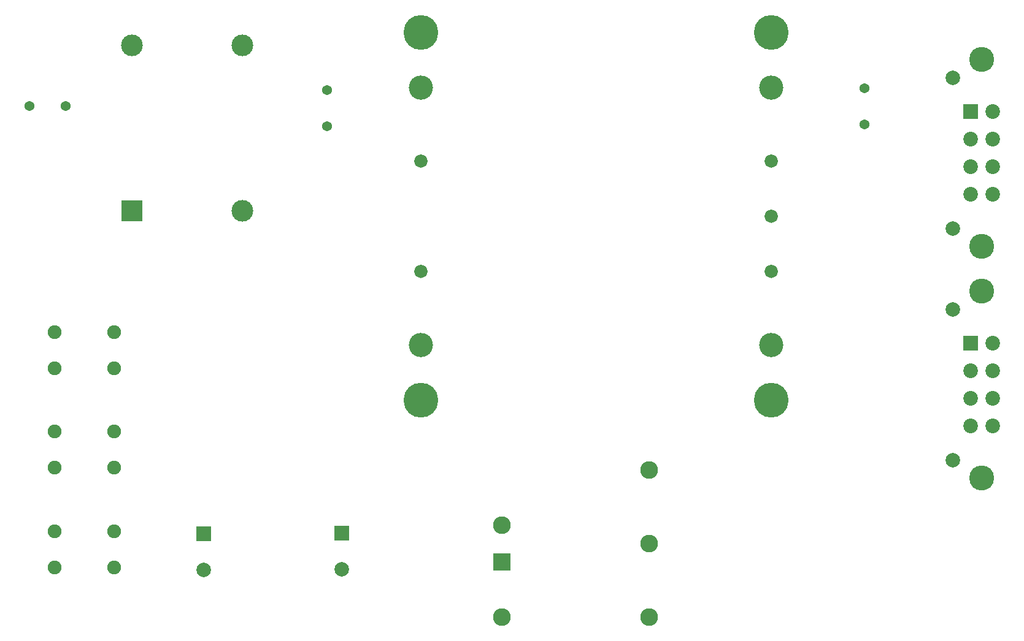
<source format=gbr>
%TF.GenerationSoftware,KiCad,Pcbnew,7.0.8*%
%TF.CreationDate,2023-12-07T15:37:41-07:00*%
%TF.ProjectId,GR-LRR-POWER-PCB,47522d4c-5252-42d5-904f-5745522d5043,rev?*%
%TF.SameCoordinates,Original*%
%TF.FileFunction,Soldermask,Top*%
%TF.FilePolarity,Negative*%
%FSLAX46Y46*%
G04 Gerber Fmt 4.6, Leading zero omitted, Abs format (unit mm)*
G04 Created by KiCad (PCBNEW 7.0.8) date 2023-12-07 15:37:41*
%MOMM*%
%LPD*%
G01*
G04 APERTURE LIST*
G04 Aperture macros list*
%AMRoundRect*
0 Rectangle with rounded corners*
0 $1 Rounding radius*
0 $2 $3 $4 $5 $6 $7 $8 $9 X,Y pos of 4 corners*
0 Add a 4 corners polygon primitive as box body*
4,1,4,$2,$3,$4,$5,$6,$7,$8,$9,$2,$3,0*
0 Add four circle primitives for the rounded corners*
1,1,$1+$1,$2,$3*
1,1,$1+$1,$4,$5*
1,1,$1+$1,$6,$7*
1,1,$1+$1,$8,$9*
0 Add four rect primitives between the rounded corners*
20,1,$1+$1,$2,$3,$4,$5,0*
20,1,$1+$1,$4,$5,$6,$7,0*
20,1,$1+$1,$6,$7,$8,$9,0*
20,1,$1+$1,$8,$9,$2,$3,0*%
G04 Aperture macros list end*
%ADD10C,3.345000*%
%ADD11C,1.830000*%
%ADD12C,4.800000*%
%ADD13C,2.000000*%
%ADD14R,2.025000X2.025000*%
%ADD15C,2.025000*%
%ADD16C,3.450000*%
%ADD17C,1.905000*%
%ADD18C,1.371600*%
%ADD19R,2.000000X2.000000*%
%ADD20R,3.000000X3.000000*%
%ADD21C,3.000000*%
%ADD22RoundRect,0.102000X-1.125000X-1.125000X1.125000X-1.125000X1.125000X1.125000X-1.125000X1.125000X0*%
%ADD23C,2.454000*%
G04 APERTURE END LIST*
D10*
%TO.C,PS1*%
X78658000Y-71204000D03*
D11*
X78658000Y-61004000D03*
X78658000Y-45804000D03*
D10*
X78658000Y-35604000D03*
X126958000Y-35604000D03*
D11*
X126958000Y-45804000D03*
X126958000Y-53404000D03*
X126958000Y-61004000D03*
D10*
X126958000Y-71204000D03*
D12*
X78658000Y-78804000D03*
X78658000Y-28004000D03*
X126958000Y-78804000D03*
X126958000Y-28004000D03*
%TD*%
D13*
%TO.C,J5*%
X152026000Y-55082000D03*
X152026000Y-34252000D03*
D14*
X154526000Y-38952000D03*
D15*
X157526000Y-38952000D03*
X154526000Y-42762000D03*
X157526000Y-42762000D03*
X154526000Y-46572000D03*
X157526000Y-46572000D03*
X154526000Y-50382000D03*
X157526000Y-50382000D03*
D16*
X156026000Y-31752000D03*
X156026000Y-57582000D03*
%TD*%
D13*
%TO.C,J4*%
X152026000Y-87082000D03*
X152026000Y-66252000D03*
D14*
X154526000Y-70952000D03*
D15*
X157526000Y-70952000D03*
X154526000Y-74762000D03*
X157526000Y-74762000D03*
X154526000Y-78572000D03*
X157526000Y-78572000D03*
X154526000Y-82382000D03*
X157526000Y-82382000D03*
D16*
X156026000Y-63752000D03*
X156026000Y-89582000D03*
%TD*%
D17*
%TO.C,J1*%
X36281999Y-88142000D03*
X28082000Y-88142000D03*
X36281999Y-83142000D03*
X28082000Y-83142000D03*
%TD*%
D18*
%TO.C,C3*%
X139842000Y-40684000D03*
X139842000Y-35684000D03*
%TD*%
D19*
%TO.C,C7*%
X67706000Y-97152000D03*
D13*
X67706000Y-102152000D03*
%TD*%
D17*
%TO.C,J3*%
X36281999Y-74386000D03*
X28082000Y-74386000D03*
X36281999Y-69386000D03*
X28082000Y-69386000D03*
%TD*%
D20*
%TO.C,L1*%
X38750000Y-52622000D03*
D21*
X38750000Y-29762000D03*
X53990000Y-29762000D03*
X53990000Y-52622000D03*
%TD*%
D19*
%TO.C,C4*%
X48656000Y-97244323D03*
D13*
X48656000Y-102244323D03*
%TD*%
D22*
%TO.C,PS2*%
X89804000Y-101136000D03*
D23*
X89804000Y-96056000D03*
X110124000Y-88436000D03*
X110124000Y-98596000D03*
X110124000Y-108756000D03*
X89804000Y-108756000D03*
%TD*%
D17*
%TO.C,J2*%
X36281999Y-101898000D03*
X28082000Y-101898000D03*
X36281999Y-96898000D03*
X28082000Y-96898000D03*
%TD*%
D18*
%TO.C,C2*%
X65674000Y-40993250D03*
X65674000Y-35993250D03*
%TD*%
%TO.C,C1*%
X29606000Y-38144000D03*
X24606000Y-38144000D03*
%TD*%
M02*

</source>
